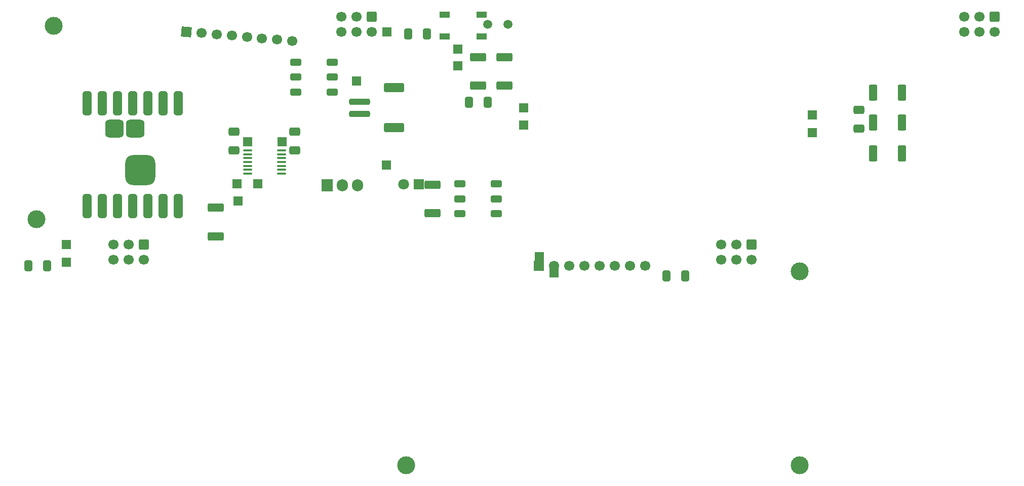
<source format=gbs>
%TF.GenerationSoftware,KiCad,Pcbnew,8.0.1*%
%TF.CreationDate,2024-04-05T23:02:16-05:00*%
%TF.ProjectId,badge,62616467-652e-46b6-9963-61645f706362,rev?*%
%TF.SameCoordinates,Original*%
%TF.FileFunction,Soldermask,Bot*%
%TF.FilePolarity,Negative*%
%FSLAX46Y46*%
G04 Gerber Fmt 4.6, Leading zero omitted, Abs format (unit mm)*
G04 Created by KiCad (PCBNEW 8.0.1) date 2024-04-05 23:02:16*
%MOMM*%
%LPD*%
G01*
G04 APERTURE LIST*
G04 Aperture macros list*
%AMRoundRect*
0 Rectangle with rounded corners*
0 $1 Rounding radius*
0 $2 $3 $4 $5 $6 $7 $8 $9 X,Y pos of 4 corners*
0 Add a 4 corners polygon primitive as box body*
4,1,4,$2,$3,$4,$5,$6,$7,$8,$9,$2,$3,0*
0 Add four circle primitives for the rounded corners*
1,1,$1+$1,$2,$3*
1,1,$1+$1,$4,$5*
1,1,$1+$1,$6,$7*
1,1,$1+$1,$8,$9*
0 Add four rect primitives between the rounded corners*
20,1,$1+$1,$2,$3,$4,$5,0*
20,1,$1+$1,$4,$5,$6,$7,0*
20,1,$1+$1,$6,$7,$8,$9,0*
20,1,$1+$1,$8,$9,$2,$3,0*%
%AMRotRect*
0 Rectangle, with rotation*
0 The origin of the aperture is its center*
0 $1 length*
0 $2 width*
0 $3 Rotation angle, in degrees counterclockwise*
0 Add horizontal line*
21,1,$1,$2,0,0,$3*%
G04 Aperture macros list end*
%ADD10R,1.800000X1.800000*%
%ADD11C,1.800000*%
%ADD12RoundRect,0.250000X-0.600000X0.600000X-0.600000X-0.600000X0.600000X-0.600000X0.600000X0.600000X0*%
%ADD13C,1.700000*%
%ADD14C,3.000000*%
%ADD15R,1.700000X1.700000*%
%ADD16RotRect,1.700000X1.700000X355.000000*%
%ADD17RoundRect,0.249999X1.075001X-0.450001X1.075001X0.450001X-1.075001X0.450001X-1.075001X-0.450001X0*%
%ADD18RoundRect,0.249999X-1.075001X0.450001X-1.075001X-0.450001X1.075001X-0.450001X1.075001X0.450001X0*%
%ADD19R,1.500000X1.500000*%
%ADD20RoundRect,0.250000X0.650000X-0.412500X0.650000X0.412500X-0.650000X0.412500X-0.650000X-0.412500X0*%
%ADD21RoundRect,0.250000X0.412500X0.650000X-0.412500X0.650000X-0.412500X-0.650000X0.412500X-0.650000X0*%
%ADD22RoundRect,0.775000X0.775000X0.775000X-0.775000X0.775000X-0.775000X-0.775000X0.775000X-0.775000X0*%
%ADD23C,1.500000*%
%ADD24RoundRect,0.250000X-1.500000X0.250000X-1.500000X-0.250000X1.500000X-0.250000X1.500000X0.250000X0*%
%ADD25RoundRect,0.250001X-1.449999X0.499999X-1.449999X-0.499999X1.449999X-0.499999X1.449999X0.499999X0*%
%ADD26RoundRect,0.300000X0.650000X-0.300000X0.650000X0.300000X-0.650000X0.300000X-0.650000X-0.300000X0*%
%ADD27RoundRect,1.250000X1.250000X1.250000X-1.250000X1.250000X-1.250000X-1.250000X1.250000X-1.250000X0*%
%ADD28RoundRect,0.249999X-0.450001X-1.075001X0.450001X-1.075001X0.450001X1.075001X-0.450001X1.075001X0*%
%ADD29RoundRect,0.300000X-0.650000X0.300000X-0.650000X-0.300000X0.650000X-0.300000X0.650000X0.300000X0*%
%ADD30R,1.905000X2.000000*%
%ADD31O,1.905000X2.000000*%
%ADD32R,1.800000X1.100000*%
%ADD33RoundRect,0.100000X0.637500X0.100000X-0.637500X0.100000X-0.637500X-0.100000X0.637500X-0.100000X0*%
%ADD34RoundRect,0.375000X-0.375000X1.625000X-0.375000X-1.625000X0.375000X-1.625000X0.375000X1.625000X0*%
%ADD35RoundRect,0.249999X0.450001X1.075001X-0.450001X1.075001X-0.450001X-1.075001X0.450001X-1.075001X0*%
G04 APERTURE END LIST*
D10*
%TO.C,D6*%
X117040000Y-89000000D03*
D11*
X114500000Y-89000000D03*
%TD*%
D12*
%TO.C,J1*%
X213360000Y-60960000D03*
D13*
X213360000Y-63500000D03*
X210820000Y-60960000D03*
X210820000Y-63500000D03*
X208280000Y-60960000D03*
X208280000Y-63500000D03*
%TD*%
D12*
%TO.C,J1*%
X109220000Y-60960000D03*
D13*
X109220000Y-63500000D03*
X106680000Y-60960000D03*
X106680000Y-63500000D03*
X104140000Y-60960000D03*
X104140000Y-63500000D03*
%TD*%
D14*
%TO.C,U2*%
X114960000Y-136020000D03*
X180760000Y-103520000D03*
X180760000Y-136020000D03*
D15*
X137160000Y-102600000D03*
D13*
X139700000Y-102600000D03*
X142240000Y-102600000D03*
X144780000Y-102600000D03*
X147320000Y-102600000D03*
X149860000Y-102600000D03*
X152400000Y-102600000D03*
X154940000Y-102600000D03*
%TD*%
D12*
%TO.C,J1*%
X172720000Y-99060000D03*
D13*
X172720000Y-101600000D03*
X170180000Y-99060000D03*
X170180000Y-101600000D03*
X167640000Y-99060000D03*
X167640000Y-101600000D03*
%TD*%
D12*
%TO.C,J1*%
X71120000Y-99060000D03*
D13*
X71120000Y-101600000D03*
X68580000Y-99060000D03*
X68580000Y-101600000D03*
X66040000Y-99060000D03*
X66040000Y-101600000D03*
%TD*%
D14*
%TO.C,U2*%
X56004294Y-62458587D03*
X53171733Y-94834914D03*
D16*
X78200000Y-63476945D03*
D13*
X80730336Y-63698321D03*
X83260669Y-63919696D03*
X85791004Y-64141072D03*
X88321338Y-64362447D03*
X90851673Y-64583823D03*
X93382007Y-64805199D03*
X95912342Y-65026574D03*
%TD*%
D17*
%TO.C,R3*%
X127000000Y-72507064D03*
X127000000Y-67707064D03*
%TD*%
D18*
%TO.C,R11*%
X119380000Y-89040000D03*
X119380000Y-93840000D03*
%TD*%
D19*
%TO.C,TP17*%
X111650000Y-85800000D03*
%TD*%
%TO.C,TP4*%
X88400000Y-81900000D03*
%TD*%
%TO.C,TP7*%
X58100000Y-99100000D03*
%TD*%
%TO.C,TP9*%
X123600000Y-66400000D03*
%TD*%
D20*
%TO.C,C41*%
X96350000Y-83305000D03*
X96350000Y-80180000D03*
%TD*%
D18*
%TO.C,R41*%
X83100000Y-92900000D03*
X83100000Y-97700000D03*
%TD*%
D19*
%TO.C,TP15*%
X86800000Y-91800000D03*
%TD*%
D21*
%TO.C,C1*%
X54902500Y-102600000D03*
X51777500Y-102600000D03*
%TD*%
%TO.C,C4*%
X161582500Y-104340000D03*
X158457500Y-104340000D03*
%TD*%
D19*
%TO.C,TP11*%
X134620000Y-76200000D03*
%TD*%
D22*
%TO.C,REF\u002A\u002A*%
X69679266Y-79714877D03*
%TD*%
D23*
%TO.C,R2*%
X131980000Y-62200000D03*
X128580000Y-62200000D03*
%TD*%
D19*
%TO.C,TP10*%
X123600000Y-69200000D03*
%TD*%
%TO.C,TP18*%
X139700000Y-103800000D03*
%TD*%
D24*
%TO.C,BT1*%
X107124214Y-75200000D03*
X107124214Y-77200000D03*
D25*
X112874214Y-72850000D03*
X112874214Y-79550000D03*
%TD*%
D21*
%TO.C,C2*%
X118402500Y-63850000D03*
X115277500Y-63850000D03*
%TD*%
D26*
%TO.C,SW1*%
X102620000Y-73580000D03*
X102620000Y-71080000D03*
X102620000Y-68580000D03*
X96520000Y-73580000D03*
X96520000Y-71080000D03*
X96520000Y-68580000D03*
%TD*%
D19*
%TO.C,TP5*%
X90100000Y-88900000D03*
%TD*%
%TO.C,TP3*%
X94200000Y-81900000D03*
%TD*%
D21*
%TO.C,C3*%
X128562500Y-75260000D03*
X125437500Y-75260000D03*
%TD*%
D19*
%TO.C,TP12*%
X134600000Y-79100000D03*
%TD*%
%TO.C,TP6*%
X86700000Y-88900000D03*
%TD*%
%TO.C,TP2*%
X106680000Y-71720000D03*
%TD*%
D27*
%TO.C,REF\u002A\u002A*%
X70470010Y-86659629D03*
%TD*%
D28*
%TO.C,R4*%
X193040000Y-73660000D03*
X197840000Y-73660000D03*
%TD*%
D19*
%TO.C,TP13*%
X182800000Y-77400000D03*
%TD*%
%TO.C,TP20*%
X137200000Y-101100000D03*
%TD*%
D29*
%TO.C,SW3*%
X123950000Y-88940000D03*
X123950000Y-91440000D03*
X123950000Y-93940000D03*
X130050000Y-88940000D03*
X130050000Y-91440000D03*
X130050000Y-93940000D03*
%TD*%
D19*
%TO.C,TP8*%
X58100000Y-102000000D03*
%TD*%
D30*
%TO.C,U3*%
X101760000Y-89150000D03*
D31*
X104300000Y-89150000D03*
X106840000Y-89150000D03*
%TD*%
D20*
%TO.C,C5*%
X190600000Y-79712500D03*
X190600000Y-76587500D03*
%TD*%
D32*
%TO.C,SW2*%
X127560000Y-60610000D03*
X121360000Y-60610000D03*
X127560000Y-64310000D03*
X121360000Y-64310000D03*
%TD*%
D19*
%TO.C,TP14*%
X182800000Y-80400000D03*
%TD*%
D33*
%TO.C,U4*%
X94132500Y-83310000D03*
X94132500Y-83960000D03*
X94132500Y-84610000D03*
X94132500Y-85260000D03*
X94132500Y-85910000D03*
X94132500Y-86560000D03*
X94132500Y-87210000D03*
X88407500Y-87210000D03*
X88407500Y-86560000D03*
X88407500Y-85910000D03*
X88407500Y-85260000D03*
X88407500Y-84610000D03*
X88407500Y-83960000D03*
X88407500Y-83310000D03*
%TD*%
D20*
%TO.C,C42*%
X86190000Y-83305000D03*
X86190000Y-80180000D03*
%TD*%
D34*
%TO.C,U1*%
X61580490Y-75475780D03*
X64120490Y-75475780D03*
X66660490Y-75475780D03*
X69200490Y-75475780D03*
X71740490Y-75475780D03*
X74280490Y-75475780D03*
X76820490Y-75475780D03*
X76820490Y-92640340D03*
X74280490Y-92640340D03*
X71740490Y-92640340D03*
X69200490Y-92640340D03*
X66660490Y-92640340D03*
X64120490Y-92640340D03*
X61580490Y-92640340D03*
D14*
X69679266Y-79714877D03*
X66169266Y-79714877D03*
X70470010Y-86659629D03*
%TD*%
D22*
%TO.C,REF\u002A\u002A*%
X66169266Y-79714877D03*
%TD*%
D17*
%TO.C,R1*%
X131400000Y-72507064D03*
X131400000Y-67707064D03*
%TD*%
D19*
%TO.C,TP1*%
X111760000Y-63500000D03*
%TD*%
D28*
%TO.C,R5*%
X193040000Y-78700000D03*
X197840000Y-78700000D03*
%TD*%
D35*
%TO.C,R7*%
X197840000Y-83820000D03*
X193040000Y-83820000D03*
%TD*%
M02*

</source>
